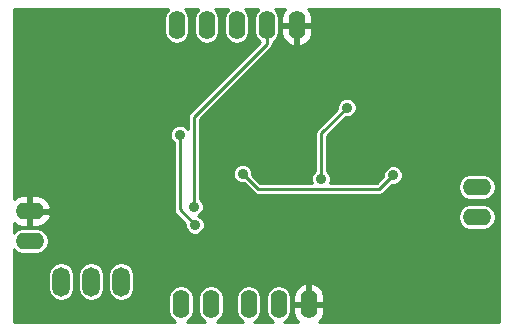
<source format=gbr>
%FSLAX46Y46*%
G04 Gerber Fmt 4.6, Leading zero omitted, Abs format (unit mm)*
G04 Created by KiCad (PCBNEW (2014-10-30 BZR 5240)-product) date jeu. 06 nov. 2014 00:10:11 CET*
%MOMM*%
G01*
G04 APERTURE LIST*
%ADD10C,0.100000*%
%ADD11O,1.400000X2.400000*%
%ADD12O,2.400000X1.400000*%
%ADD13O,1.500000X2.500000*%
%ADD14C,0.889000*%
%ADD15C,0.254000*%
G04 APERTURE END LIST*
D10*
D11*
X146050000Y-100330000D03*
X148590000Y-100330000D03*
X151130000Y-100330000D03*
X139954000Y-76708000D03*
X142494000Y-76708000D03*
X145034000Y-76708000D03*
X147574000Y-76708000D03*
X150114000Y-76708000D03*
D12*
X127508000Y-94996000D03*
X127508000Y-92456000D03*
X165354000Y-92964000D03*
X165354000Y-90424000D03*
D11*
X142875000Y-100330000D03*
X140335000Y-100330000D03*
D13*
X135255000Y-98425000D03*
X132715000Y-98425000D03*
X130175000Y-98425000D03*
D14*
X135698000Y-89787000D03*
X155067000Y-85598000D03*
X164719000Y-85217000D03*
X163576000Y-77343000D03*
X137287000Y-96520000D03*
X141410300Y-92072900D03*
X154371300Y-83677300D03*
X152188300Y-89712500D03*
X140208000Y-85979000D03*
X141504100Y-93606300D03*
X158286100Y-89408000D03*
X145535800Y-89276900D03*
D15*
X141410300Y-84453000D02*
X141410300Y-92072900D01*
X147574000Y-78289300D02*
X141410300Y-84453000D01*
X147574000Y-76708000D02*
X147574000Y-78289300D01*
X152188300Y-85860300D02*
X154371300Y-83677300D01*
X152188300Y-89712500D02*
X152188300Y-85860300D01*
X140208000Y-92310200D02*
X141504100Y-93606300D01*
X140208000Y-85979000D02*
X140208000Y-92310200D01*
X157128000Y-90566100D02*
X158286100Y-89408000D01*
X146825000Y-90566100D02*
X157128000Y-90566100D01*
X145535800Y-89276900D02*
X146825000Y-90566100D01*
G36*
X167209000Y-101804000D02*
X166965974Y-101804000D01*
X166965974Y-92964000D01*
X166965974Y-90424000D01*
X166883688Y-90010319D01*
X166649356Y-89659618D01*
X166298655Y-89425286D01*
X165884974Y-89343000D01*
X164823026Y-89343000D01*
X164409345Y-89425286D01*
X164058644Y-89659618D01*
X163824312Y-90010319D01*
X163742026Y-90424000D01*
X163824312Y-90837681D01*
X164058644Y-91188382D01*
X164409345Y-91422714D01*
X164823026Y-91505000D01*
X165884974Y-91505000D01*
X166298655Y-91422714D01*
X166649356Y-91188382D01*
X166883688Y-90837681D01*
X166965974Y-90424000D01*
X166965974Y-92964000D01*
X166883688Y-92550319D01*
X166649356Y-92199618D01*
X166298655Y-91965286D01*
X165884974Y-91883000D01*
X164823026Y-91883000D01*
X164409345Y-91965286D01*
X164058644Y-92199618D01*
X163824312Y-92550319D01*
X163742026Y-92964000D01*
X163824312Y-93377681D01*
X164058644Y-93728382D01*
X164409345Y-93962714D01*
X164823026Y-94045000D01*
X165884974Y-94045000D01*
X166298655Y-93962714D01*
X166649356Y-93728382D01*
X166883688Y-93377681D01*
X166965974Y-92964000D01*
X166965974Y-101804000D01*
X159111743Y-101804000D01*
X159111743Y-89244518D01*
X158986333Y-88941002D01*
X158754319Y-88708583D01*
X158451023Y-88582643D01*
X158122618Y-88582357D01*
X157819102Y-88707767D01*
X157586683Y-88939781D01*
X157460743Y-89243077D01*
X157460506Y-89515173D01*
X156917580Y-90058100D01*
X152938633Y-90058100D01*
X153013657Y-89877423D01*
X153013943Y-89549018D01*
X152888533Y-89245502D01*
X152696300Y-89052933D01*
X152696300Y-86070720D01*
X154264312Y-84502707D01*
X154534782Y-84502943D01*
X154838298Y-84377533D01*
X155070717Y-84145519D01*
X155196657Y-83842223D01*
X155196943Y-83513818D01*
X155071533Y-83210302D01*
X154839519Y-82977883D01*
X154536223Y-82851943D01*
X154207818Y-82851657D01*
X153904302Y-82977067D01*
X153671883Y-83209081D01*
X153545943Y-83512377D01*
X153545706Y-83784473D01*
X151829090Y-85501090D01*
X151718969Y-85665897D01*
X151680300Y-85860300D01*
X151680300Y-89053197D01*
X151488883Y-89244281D01*
X151449000Y-89340329D01*
X151449000Y-77335000D01*
X151449000Y-76835000D01*
X150241000Y-76835000D01*
X150241000Y-78377374D01*
X150447329Y-78500716D01*
X150507550Y-78489980D01*
X150968185Y-78241790D01*
X151298778Y-77836215D01*
X151449000Y-77335000D01*
X151449000Y-89340329D01*
X151362943Y-89547577D01*
X151362657Y-89875982D01*
X151437906Y-90058100D01*
X149987000Y-90058100D01*
X149987000Y-78377374D01*
X149987000Y-76835000D01*
X148779000Y-76835000D01*
X148779000Y-77335000D01*
X148929222Y-77836215D01*
X149259815Y-78241790D01*
X149720450Y-78489980D01*
X149780671Y-78500716D01*
X149987000Y-78377374D01*
X149987000Y-90058100D01*
X147035420Y-90058100D01*
X146361207Y-89383887D01*
X146361443Y-89113418D01*
X146236033Y-88809902D01*
X146004019Y-88577483D01*
X145700723Y-88451543D01*
X145372318Y-88451257D01*
X145068802Y-88576667D01*
X144836383Y-88808681D01*
X144710443Y-89111977D01*
X144710157Y-89440382D01*
X144835567Y-89743898D01*
X145067581Y-89976317D01*
X145370877Y-90102257D01*
X145642973Y-90102493D01*
X146465790Y-90925310D01*
X146630596Y-91035431D01*
X146630597Y-91035431D01*
X146825000Y-91074100D01*
X157128000Y-91074100D01*
X157322403Y-91035431D01*
X157487210Y-90925310D01*
X158179112Y-90233407D01*
X158449582Y-90233643D01*
X158753098Y-90108233D01*
X158985517Y-89876219D01*
X159111457Y-89572923D01*
X159111743Y-89244518D01*
X159111743Y-101804000D01*
X152032921Y-101804000D01*
X152314778Y-101458215D01*
X152465000Y-100957000D01*
X152465000Y-100457000D01*
X152465000Y-100203000D01*
X152465000Y-99703000D01*
X152314778Y-99201785D01*
X151984185Y-98796210D01*
X151523550Y-98548020D01*
X151463329Y-98537284D01*
X151257000Y-98660626D01*
X151257000Y-100203000D01*
X152465000Y-100203000D01*
X152465000Y-100457000D01*
X151257000Y-100457000D01*
X151257000Y-100477000D01*
X151003000Y-100477000D01*
X151003000Y-100457000D01*
X151003000Y-100203000D01*
X151003000Y-98660626D01*
X150796671Y-98537284D01*
X150736450Y-98548020D01*
X150275815Y-98796210D01*
X149945222Y-99201785D01*
X149795000Y-99703000D01*
X149795000Y-100203000D01*
X151003000Y-100203000D01*
X151003000Y-100457000D01*
X149795000Y-100457000D01*
X149795000Y-100957000D01*
X149945222Y-101458215D01*
X150227078Y-101804000D01*
X149087023Y-101804000D01*
X149354382Y-101625356D01*
X149588714Y-101274655D01*
X149671000Y-100860974D01*
X149671000Y-99799026D01*
X149588714Y-99385345D01*
X149354382Y-99034644D01*
X149003681Y-98800312D01*
X148590000Y-98718026D01*
X148176319Y-98800312D01*
X147825618Y-99034644D01*
X147591286Y-99385345D01*
X147509000Y-99799026D01*
X147509000Y-100860974D01*
X147591286Y-101274655D01*
X147825618Y-101625356D01*
X148092976Y-101804000D01*
X146547023Y-101804000D01*
X146814382Y-101625356D01*
X147048714Y-101274655D01*
X147131000Y-100860974D01*
X147131000Y-99799026D01*
X147048714Y-99385345D01*
X146814382Y-99034644D01*
X146463681Y-98800312D01*
X146050000Y-98718026D01*
X145636319Y-98800312D01*
X145285618Y-99034644D01*
X145051286Y-99385345D01*
X144969000Y-99799026D01*
X144969000Y-100860974D01*
X145051286Y-101274655D01*
X145285618Y-101625356D01*
X145552976Y-101804000D01*
X143372023Y-101804000D01*
X143639382Y-101625356D01*
X143873714Y-101274655D01*
X143956000Y-100860974D01*
X143956000Y-99799026D01*
X143873714Y-99385345D01*
X143639382Y-99034644D01*
X143288681Y-98800312D01*
X142875000Y-98718026D01*
X142461319Y-98800312D01*
X142110618Y-99034644D01*
X141876286Y-99385345D01*
X141794000Y-99799026D01*
X141794000Y-100860974D01*
X141876286Y-101274655D01*
X142110618Y-101625356D01*
X142377976Y-101804000D01*
X140832023Y-101804000D01*
X141099382Y-101625356D01*
X141333714Y-101274655D01*
X141416000Y-100860974D01*
X141416000Y-99799026D01*
X141333714Y-99385345D01*
X141099382Y-99034644D01*
X140748681Y-98800312D01*
X140335000Y-98718026D01*
X139921319Y-98800312D01*
X139570618Y-99034644D01*
X139336286Y-99385345D01*
X139254000Y-99799026D01*
X139254000Y-100860974D01*
X139336286Y-101274655D01*
X139570618Y-101625356D01*
X139837976Y-101804000D01*
X136386000Y-101804000D01*
X136386000Y-98956953D01*
X136386000Y-97893047D01*
X136299908Y-97460232D01*
X136054738Y-97093309D01*
X135687815Y-96848139D01*
X135255000Y-96762047D01*
X134822185Y-96848139D01*
X134455262Y-97093309D01*
X134210092Y-97460232D01*
X134124000Y-97893047D01*
X134124000Y-98956953D01*
X134210092Y-99389768D01*
X134455262Y-99756691D01*
X134822185Y-100001861D01*
X135255000Y-100087953D01*
X135687815Y-100001861D01*
X136054738Y-99756691D01*
X136299908Y-99389768D01*
X136386000Y-98956953D01*
X136386000Y-101804000D01*
X133846000Y-101804000D01*
X133846000Y-98956953D01*
X133846000Y-97893047D01*
X133759908Y-97460232D01*
X133514738Y-97093309D01*
X133147815Y-96848139D01*
X132715000Y-96762047D01*
X132282185Y-96848139D01*
X131915262Y-97093309D01*
X131670092Y-97460232D01*
X131584000Y-97893047D01*
X131584000Y-98956953D01*
X131670092Y-99389768D01*
X131915262Y-99756691D01*
X132282185Y-100001861D01*
X132715000Y-100087953D01*
X133147815Y-100001861D01*
X133514738Y-99756691D01*
X133759908Y-99389768D01*
X133846000Y-98956953D01*
X133846000Y-101804000D01*
X131306000Y-101804000D01*
X131306000Y-98956953D01*
X131306000Y-97893047D01*
X131219908Y-97460232D01*
X130974738Y-97093309D01*
X130607815Y-96848139D01*
X130175000Y-96762047D01*
X129742185Y-96848139D01*
X129375262Y-97093309D01*
X129300716Y-97204875D01*
X129300716Y-92789329D01*
X129300716Y-92122671D01*
X129289980Y-92062450D01*
X129041790Y-91601815D01*
X128636215Y-91271222D01*
X128135000Y-91121000D01*
X127635000Y-91121000D01*
X127635000Y-92329000D01*
X129177374Y-92329000D01*
X129300716Y-92122671D01*
X129300716Y-92789329D01*
X129177374Y-92583000D01*
X127635000Y-92583000D01*
X127635000Y-93791000D01*
X128135000Y-93791000D01*
X128636215Y-93640778D01*
X129041790Y-93310185D01*
X129289980Y-92849550D01*
X129300716Y-92789329D01*
X129300716Y-97204875D01*
X129130092Y-97460232D01*
X129044000Y-97893047D01*
X129044000Y-98956953D01*
X129130092Y-99389768D01*
X129375262Y-99756691D01*
X129742185Y-100001861D01*
X130175000Y-100087953D01*
X130607815Y-100001861D01*
X130974738Y-99756691D01*
X131219908Y-99389768D01*
X131306000Y-98956953D01*
X131306000Y-101804000D01*
X126161000Y-101804000D01*
X126161000Y-95683091D01*
X126212644Y-95760382D01*
X126563345Y-95994714D01*
X126977026Y-96077000D01*
X128038974Y-96077000D01*
X128452655Y-95994714D01*
X128803356Y-95760382D01*
X129037688Y-95409681D01*
X129119974Y-94996000D01*
X129037688Y-94582319D01*
X128803356Y-94231618D01*
X128452655Y-93997286D01*
X128038974Y-93915000D01*
X126977026Y-93915000D01*
X126563345Y-93997286D01*
X126212644Y-94231618D01*
X126161000Y-94308908D01*
X126161000Y-93462441D01*
X126379785Y-93640778D01*
X126881000Y-93791000D01*
X127381000Y-93791000D01*
X127381000Y-92583000D01*
X127361000Y-92583000D01*
X127361000Y-92329000D01*
X127381000Y-92329000D01*
X127381000Y-91121000D01*
X126881000Y-91121000D01*
X126379785Y-91271222D01*
X126161000Y-91449558D01*
X126161000Y-75361000D01*
X139266908Y-75361000D01*
X139189618Y-75412644D01*
X138955286Y-75763345D01*
X138873000Y-76177026D01*
X138873000Y-77238974D01*
X138955286Y-77652655D01*
X139189618Y-78003356D01*
X139540319Y-78237688D01*
X139954000Y-78319974D01*
X140367681Y-78237688D01*
X140718382Y-78003356D01*
X140952714Y-77652655D01*
X141035000Y-77238974D01*
X141035000Y-76177026D01*
X140952714Y-75763345D01*
X140718382Y-75412644D01*
X140641091Y-75361000D01*
X141806908Y-75361000D01*
X141729618Y-75412644D01*
X141495286Y-75763345D01*
X141413000Y-76177026D01*
X141413000Y-77238974D01*
X141495286Y-77652655D01*
X141729618Y-78003356D01*
X142080319Y-78237688D01*
X142494000Y-78319974D01*
X142907681Y-78237688D01*
X143258382Y-78003356D01*
X143492714Y-77652655D01*
X143575000Y-77238974D01*
X143575000Y-76177026D01*
X143492714Y-75763345D01*
X143258382Y-75412644D01*
X143181091Y-75361000D01*
X144346908Y-75361000D01*
X144269618Y-75412644D01*
X144035286Y-75763345D01*
X143953000Y-76177026D01*
X143953000Y-77238974D01*
X144035286Y-77652655D01*
X144269618Y-78003356D01*
X144620319Y-78237688D01*
X145034000Y-78319974D01*
X145447681Y-78237688D01*
X145798382Y-78003356D01*
X146032714Y-77652655D01*
X146115000Y-77238974D01*
X146115000Y-76177026D01*
X146032714Y-75763345D01*
X145798382Y-75412644D01*
X145721091Y-75361000D01*
X146886908Y-75361000D01*
X146809618Y-75412644D01*
X146575286Y-75763345D01*
X146493000Y-76177026D01*
X146493000Y-77238974D01*
X146575286Y-77652655D01*
X146809618Y-78003356D01*
X147008580Y-78136299D01*
X141051090Y-84093790D01*
X140940969Y-84258597D01*
X140902300Y-84453000D01*
X140902300Y-85506058D01*
X140676219Y-85279583D01*
X140372923Y-85153643D01*
X140044518Y-85153357D01*
X139741002Y-85278767D01*
X139508583Y-85510781D01*
X139382643Y-85814077D01*
X139382357Y-86142482D01*
X139507767Y-86445998D01*
X139700000Y-86638566D01*
X139700000Y-92310200D01*
X139738669Y-92504603D01*
X139848790Y-92669410D01*
X140678692Y-93499312D01*
X140678457Y-93769782D01*
X140803867Y-94073298D01*
X141035881Y-94305717D01*
X141339177Y-94431657D01*
X141667582Y-94431943D01*
X141971098Y-94306533D01*
X142203517Y-94074519D01*
X142329457Y-93771223D01*
X142329743Y-93442818D01*
X142204333Y-93139302D01*
X141972319Y-92906883D01*
X141763475Y-92820163D01*
X141877298Y-92773133D01*
X142109717Y-92541119D01*
X142235657Y-92237823D01*
X142235943Y-91909418D01*
X142110533Y-91605902D01*
X141918300Y-91413333D01*
X141918300Y-84663420D01*
X147933210Y-78648510D01*
X148043331Y-78483704D01*
X148043331Y-78483703D01*
X148082000Y-78289300D01*
X148082000Y-78174665D01*
X148338382Y-78003356D01*
X148572714Y-77652655D01*
X148655000Y-77238974D01*
X148655000Y-76177026D01*
X148572714Y-75763345D01*
X148338382Y-75412644D01*
X148261091Y-75361000D01*
X149107558Y-75361000D01*
X148929222Y-75579785D01*
X148779000Y-76081000D01*
X148779000Y-76581000D01*
X149987000Y-76581000D01*
X149987000Y-76561000D01*
X150241000Y-76561000D01*
X150241000Y-76581000D01*
X151449000Y-76581000D01*
X151449000Y-76081000D01*
X151298778Y-75579785D01*
X151120441Y-75361000D01*
X167209000Y-75361000D01*
X167209000Y-101804000D01*
X167209000Y-101804000D01*
G37*
X167209000Y-101804000D02*
X166965974Y-101804000D01*
X166965974Y-92964000D01*
X166965974Y-90424000D01*
X166883688Y-90010319D01*
X166649356Y-89659618D01*
X166298655Y-89425286D01*
X165884974Y-89343000D01*
X164823026Y-89343000D01*
X164409345Y-89425286D01*
X164058644Y-89659618D01*
X163824312Y-90010319D01*
X163742026Y-90424000D01*
X163824312Y-90837681D01*
X164058644Y-91188382D01*
X164409345Y-91422714D01*
X164823026Y-91505000D01*
X165884974Y-91505000D01*
X166298655Y-91422714D01*
X166649356Y-91188382D01*
X166883688Y-90837681D01*
X166965974Y-90424000D01*
X166965974Y-92964000D01*
X166883688Y-92550319D01*
X166649356Y-92199618D01*
X166298655Y-91965286D01*
X165884974Y-91883000D01*
X164823026Y-91883000D01*
X164409345Y-91965286D01*
X164058644Y-92199618D01*
X163824312Y-92550319D01*
X163742026Y-92964000D01*
X163824312Y-93377681D01*
X164058644Y-93728382D01*
X164409345Y-93962714D01*
X164823026Y-94045000D01*
X165884974Y-94045000D01*
X166298655Y-93962714D01*
X166649356Y-93728382D01*
X166883688Y-93377681D01*
X166965974Y-92964000D01*
X166965974Y-101804000D01*
X159111743Y-101804000D01*
X159111743Y-89244518D01*
X158986333Y-88941002D01*
X158754319Y-88708583D01*
X158451023Y-88582643D01*
X158122618Y-88582357D01*
X157819102Y-88707767D01*
X157586683Y-88939781D01*
X157460743Y-89243077D01*
X157460506Y-89515173D01*
X156917580Y-90058100D01*
X152938633Y-90058100D01*
X153013657Y-89877423D01*
X153013943Y-89549018D01*
X152888533Y-89245502D01*
X152696300Y-89052933D01*
X152696300Y-86070720D01*
X154264312Y-84502707D01*
X154534782Y-84502943D01*
X154838298Y-84377533D01*
X155070717Y-84145519D01*
X155196657Y-83842223D01*
X155196943Y-83513818D01*
X155071533Y-83210302D01*
X154839519Y-82977883D01*
X154536223Y-82851943D01*
X154207818Y-82851657D01*
X153904302Y-82977067D01*
X153671883Y-83209081D01*
X153545943Y-83512377D01*
X153545706Y-83784473D01*
X151829090Y-85501090D01*
X151718969Y-85665897D01*
X151680300Y-85860300D01*
X151680300Y-89053197D01*
X151488883Y-89244281D01*
X151449000Y-89340329D01*
X151449000Y-77335000D01*
X151449000Y-76835000D01*
X150241000Y-76835000D01*
X150241000Y-78377374D01*
X150447329Y-78500716D01*
X150507550Y-78489980D01*
X150968185Y-78241790D01*
X151298778Y-77836215D01*
X151449000Y-77335000D01*
X151449000Y-89340329D01*
X151362943Y-89547577D01*
X151362657Y-89875982D01*
X151437906Y-90058100D01*
X149987000Y-90058100D01*
X149987000Y-78377374D01*
X149987000Y-76835000D01*
X148779000Y-76835000D01*
X148779000Y-77335000D01*
X148929222Y-77836215D01*
X149259815Y-78241790D01*
X149720450Y-78489980D01*
X149780671Y-78500716D01*
X149987000Y-78377374D01*
X149987000Y-90058100D01*
X147035420Y-90058100D01*
X146361207Y-89383887D01*
X146361443Y-89113418D01*
X146236033Y-88809902D01*
X146004019Y-88577483D01*
X145700723Y-88451543D01*
X145372318Y-88451257D01*
X145068802Y-88576667D01*
X144836383Y-88808681D01*
X144710443Y-89111977D01*
X144710157Y-89440382D01*
X144835567Y-89743898D01*
X145067581Y-89976317D01*
X145370877Y-90102257D01*
X145642973Y-90102493D01*
X146465790Y-90925310D01*
X146630596Y-91035431D01*
X146630597Y-91035431D01*
X146825000Y-91074100D01*
X157128000Y-91074100D01*
X157322403Y-91035431D01*
X157487210Y-90925310D01*
X158179112Y-90233407D01*
X158449582Y-90233643D01*
X158753098Y-90108233D01*
X158985517Y-89876219D01*
X159111457Y-89572923D01*
X159111743Y-89244518D01*
X159111743Y-101804000D01*
X152032921Y-101804000D01*
X152314778Y-101458215D01*
X152465000Y-100957000D01*
X152465000Y-100457000D01*
X152465000Y-100203000D01*
X152465000Y-99703000D01*
X152314778Y-99201785D01*
X151984185Y-98796210D01*
X151523550Y-98548020D01*
X151463329Y-98537284D01*
X151257000Y-98660626D01*
X151257000Y-100203000D01*
X152465000Y-100203000D01*
X152465000Y-100457000D01*
X151257000Y-100457000D01*
X151257000Y-100477000D01*
X151003000Y-100477000D01*
X151003000Y-100457000D01*
X151003000Y-100203000D01*
X151003000Y-98660626D01*
X150796671Y-98537284D01*
X150736450Y-98548020D01*
X150275815Y-98796210D01*
X149945222Y-99201785D01*
X149795000Y-99703000D01*
X149795000Y-100203000D01*
X151003000Y-100203000D01*
X151003000Y-100457000D01*
X149795000Y-100457000D01*
X149795000Y-100957000D01*
X149945222Y-101458215D01*
X150227078Y-101804000D01*
X149087023Y-101804000D01*
X149354382Y-101625356D01*
X149588714Y-101274655D01*
X149671000Y-100860974D01*
X149671000Y-99799026D01*
X149588714Y-99385345D01*
X149354382Y-99034644D01*
X149003681Y-98800312D01*
X148590000Y-98718026D01*
X148176319Y-98800312D01*
X147825618Y-99034644D01*
X147591286Y-99385345D01*
X147509000Y-99799026D01*
X147509000Y-100860974D01*
X147591286Y-101274655D01*
X147825618Y-101625356D01*
X148092976Y-101804000D01*
X146547023Y-101804000D01*
X146814382Y-101625356D01*
X147048714Y-101274655D01*
X147131000Y-100860974D01*
X147131000Y-99799026D01*
X147048714Y-99385345D01*
X146814382Y-99034644D01*
X146463681Y-98800312D01*
X146050000Y-98718026D01*
X145636319Y-98800312D01*
X145285618Y-99034644D01*
X145051286Y-99385345D01*
X144969000Y-99799026D01*
X144969000Y-100860974D01*
X145051286Y-101274655D01*
X145285618Y-101625356D01*
X145552976Y-101804000D01*
X143372023Y-101804000D01*
X143639382Y-101625356D01*
X143873714Y-101274655D01*
X143956000Y-100860974D01*
X143956000Y-99799026D01*
X143873714Y-99385345D01*
X143639382Y-99034644D01*
X143288681Y-98800312D01*
X142875000Y-98718026D01*
X142461319Y-98800312D01*
X142110618Y-99034644D01*
X141876286Y-99385345D01*
X141794000Y-99799026D01*
X141794000Y-100860974D01*
X141876286Y-101274655D01*
X142110618Y-101625356D01*
X142377976Y-101804000D01*
X140832023Y-101804000D01*
X141099382Y-101625356D01*
X141333714Y-101274655D01*
X141416000Y-100860974D01*
X141416000Y-99799026D01*
X141333714Y-99385345D01*
X141099382Y-99034644D01*
X140748681Y-98800312D01*
X140335000Y-98718026D01*
X139921319Y-98800312D01*
X139570618Y-99034644D01*
X139336286Y-99385345D01*
X139254000Y-99799026D01*
X139254000Y-100860974D01*
X139336286Y-101274655D01*
X139570618Y-101625356D01*
X139837976Y-101804000D01*
X136386000Y-101804000D01*
X136386000Y-98956953D01*
X136386000Y-97893047D01*
X136299908Y-97460232D01*
X136054738Y-97093309D01*
X135687815Y-96848139D01*
X135255000Y-96762047D01*
X134822185Y-96848139D01*
X134455262Y-97093309D01*
X134210092Y-97460232D01*
X134124000Y-97893047D01*
X134124000Y-98956953D01*
X134210092Y-99389768D01*
X134455262Y-99756691D01*
X134822185Y-100001861D01*
X135255000Y-100087953D01*
X135687815Y-100001861D01*
X136054738Y-99756691D01*
X136299908Y-99389768D01*
X136386000Y-98956953D01*
X136386000Y-101804000D01*
X133846000Y-101804000D01*
X133846000Y-98956953D01*
X133846000Y-97893047D01*
X133759908Y-97460232D01*
X133514738Y-97093309D01*
X133147815Y-96848139D01*
X132715000Y-96762047D01*
X132282185Y-96848139D01*
X131915262Y-97093309D01*
X131670092Y-97460232D01*
X131584000Y-97893047D01*
X131584000Y-98956953D01*
X131670092Y-99389768D01*
X131915262Y-99756691D01*
X132282185Y-100001861D01*
X132715000Y-100087953D01*
X133147815Y-100001861D01*
X133514738Y-99756691D01*
X133759908Y-99389768D01*
X133846000Y-98956953D01*
X133846000Y-101804000D01*
X131306000Y-101804000D01*
X131306000Y-98956953D01*
X131306000Y-97893047D01*
X131219908Y-97460232D01*
X130974738Y-97093309D01*
X130607815Y-96848139D01*
X130175000Y-96762047D01*
X129742185Y-96848139D01*
X129375262Y-97093309D01*
X129300716Y-97204875D01*
X129300716Y-92789329D01*
X129300716Y-92122671D01*
X129289980Y-92062450D01*
X129041790Y-91601815D01*
X128636215Y-91271222D01*
X128135000Y-91121000D01*
X127635000Y-91121000D01*
X127635000Y-92329000D01*
X129177374Y-92329000D01*
X129300716Y-92122671D01*
X129300716Y-92789329D01*
X129177374Y-92583000D01*
X127635000Y-92583000D01*
X127635000Y-93791000D01*
X128135000Y-93791000D01*
X128636215Y-93640778D01*
X129041790Y-93310185D01*
X129289980Y-92849550D01*
X129300716Y-92789329D01*
X129300716Y-97204875D01*
X129130092Y-97460232D01*
X129044000Y-97893047D01*
X129044000Y-98956953D01*
X129130092Y-99389768D01*
X129375262Y-99756691D01*
X129742185Y-100001861D01*
X130175000Y-100087953D01*
X130607815Y-100001861D01*
X130974738Y-99756691D01*
X131219908Y-99389768D01*
X131306000Y-98956953D01*
X131306000Y-101804000D01*
X126161000Y-101804000D01*
X126161000Y-95683091D01*
X126212644Y-95760382D01*
X126563345Y-95994714D01*
X126977026Y-96077000D01*
X128038974Y-96077000D01*
X128452655Y-95994714D01*
X128803356Y-95760382D01*
X129037688Y-95409681D01*
X129119974Y-94996000D01*
X129037688Y-94582319D01*
X128803356Y-94231618D01*
X128452655Y-93997286D01*
X128038974Y-93915000D01*
X126977026Y-93915000D01*
X126563345Y-93997286D01*
X126212644Y-94231618D01*
X126161000Y-94308908D01*
X126161000Y-93462441D01*
X126379785Y-93640778D01*
X126881000Y-93791000D01*
X127381000Y-93791000D01*
X127381000Y-92583000D01*
X127361000Y-92583000D01*
X127361000Y-92329000D01*
X127381000Y-92329000D01*
X127381000Y-91121000D01*
X126881000Y-91121000D01*
X126379785Y-91271222D01*
X126161000Y-91449558D01*
X126161000Y-75361000D01*
X139266908Y-75361000D01*
X139189618Y-75412644D01*
X138955286Y-75763345D01*
X138873000Y-76177026D01*
X138873000Y-77238974D01*
X138955286Y-77652655D01*
X139189618Y-78003356D01*
X139540319Y-78237688D01*
X139954000Y-78319974D01*
X140367681Y-78237688D01*
X140718382Y-78003356D01*
X140952714Y-77652655D01*
X141035000Y-77238974D01*
X141035000Y-76177026D01*
X140952714Y-75763345D01*
X140718382Y-75412644D01*
X140641091Y-75361000D01*
X141806908Y-75361000D01*
X141729618Y-75412644D01*
X141495286Y-75763345D01*
X141413000Y-76177026D01*
X141413000Y-77238974D01*
X141495286Y-77652655D01*
X141729618Y-78003356D01*
X142080319Y-78237688D01*
X142494000Y-78319974D01*
X142907681Y-78237688D01*
X143258382Y-78003356D01*
X143492714Y-77652655D01*
X143575000Y-77238974D01*
X143575000Y-76177026D01*
X143492714Y-75763345D01*
X143258382Y-75412644D01*
X143181091Y-75361000D01*
X144346908Y-75361000D01*
X144269618Y-75412644D01*
X144035286Y-75763345D01*
X143953000Y-76177026D01*
X143953000Y-77238974D01*
X144035286Y-77652655D01*
X144269618Y-78003356D01*
X144620319Y-78237688D01*
X145034000Y-78319974D01*
X145447681Y-78237688D01*
X145798382Y-78003356D01*
X146032714Y-77652655D01*
X146115000Y-77238974D01*
X146115000Y-76177026D01*
X146032714Y-75763345D01*
X145798382Y-75412644D01*
X145721091Y-75361000D01*
X146886908Y-75361000D01*
X146809618Y-75412644D01*
X146575286Y-75763345D01*
X146493000Y-76177026D01*
X146493000Y-77238974D01*
X146575286Y-77652655D01*
X146809618Y-78003356D01*
X147008580Y-78136299D01*
X141051090Y-84093790D01*
X140940969Y-84258597D01*
X140902300Y-84453000D01*
X140902300Y-85506058D01*
X140676219Y-85279583D01*
X140372923Y-85153643D01*
X140044518Y-85153357D01*
X139741002Y-85278767D01*
X139508583Y-85510781D01*
X139382643Y-85814077D01*
X139382357Y-86142482D01*
X139507767Y-86445998D01*
X139700000Y-86638566D01*
X139700000Y-92310200D01*
X139738669Y-92504603D01*
X139848790Y-92669410D01*
X140678692Y-93499312D01*
X140678457Y-93769782D01*
X140803867Y-94073298D01*
X141035881Y-94305717D01*
X141339177Y-94431657D01*
X141667582Y-94431943D01*
X141971098Y-94306533D01*
X142203517Y-94074519D01*
X142329457Y-93771223D01*
X142329743Y-93442818D01*
X142204333Y-93139302D01*
X141972319Y-92906883D01*
X141763475Y-92820163D01*
X141877298Y-92773133D01*
X142109717Y-92541119D01*
X142235657Y-92237823D01*
X142235943Y-91909418D01*
X142110533Y-91605902D01*
X141918300Y-91413333D01*
X141918300Y-84663420D01*
X147933210Y-78648510D01*
X148043331Y-78483704D01*
X148043331Y-78483703D01*
X148082000Y-78289300D01*
X148082000Y-78174665D01*
X148338382Y-78003356D01*
X148572714Y-77652655D01*
X148655000Y-77238974D01*
X148655000Y-76177026D01*
X148572714Y-75763345D01*
X148338382Y-75412644D01*
X148261091Y-75361000D01*
X149107558Y-75361000D01*
X148929222Y-75579785D01*
X148779000Y-76081000D01*
X148779000Y-76581000D01*
X149987000Y-76581000D01*
X149987000Y-76561000D01*
X150241000Y-76561000D01*
X150241000Y-76581000D01*
X151449000Y-76581000D01*
X151449000Y-76081000D01*
X151298778Y-75579785D01*
X151120441Y-75361000D01*
X167209000Y-75361000D01*
X167209000Y-101804000D01*
M02*

</source>
